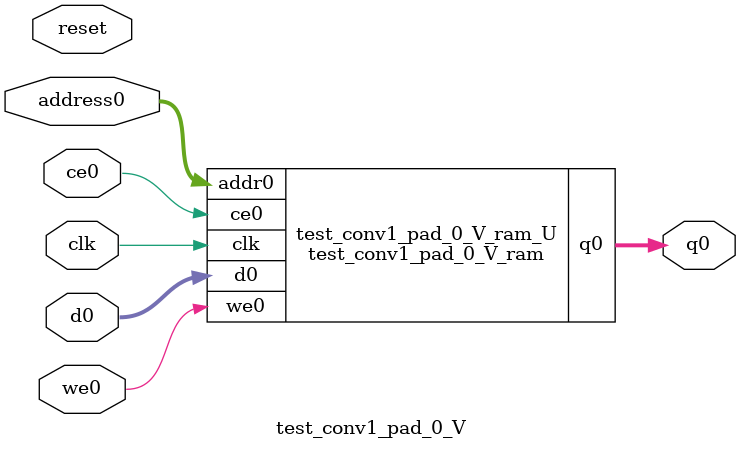
<source format=v>
`timescale 1 ns / 1 ps
module test_conv1_pad_0_V_ram (addr0, ce0, d0, we0, q0,  clk);

parameter DWIDTH = 8;
parameter AWIDTH = 16;
parameter MEM_SIZE = 52164;

input[AWIDTH-1:0] addr0;
input ce0;
input[DWIDTH-1:0] d0;
input we0;
output reg[DWIDTH-1:0] q0;
input clk;

(* ram_style = "block" *)reg [DWIDTH-1:0] ram[0:MEM_SIZE-1];




always @(posedge clk)  
begin 
    if (ce0) begin
        if (we0) 
            ram[addr0] <= d0; 
        q0 <= ram[addr0];
    end
end


endmodule

`timescale 1 ns / 1 ps
module test_conv1_pad_0_V(
    reset,
    clk,
    address0,
    ce0,
    we0,
    d0,
    q0);

parameter DataWidth = 32'd8;
parameter AddressRange = 32'd52164;
parameter AddressWidth = 32'd16;
input reset;
input clk;
input[AddressWidth - 1:0] address0;
input ce0;
input we0;
input[DataWidth - 1:0] d0;
output[DataWidth - 1:0] q0;



test_conv1_pad_0_V_ram test_conv1_pad_0_V_ram_U(
    .clk( clk ),
    .addr0( address0 ),
    .ce0( ce0 ),
    .we0( we0 ),
    .d0( d0 ),
    .q0( q0 ));

endmodule


</source>
